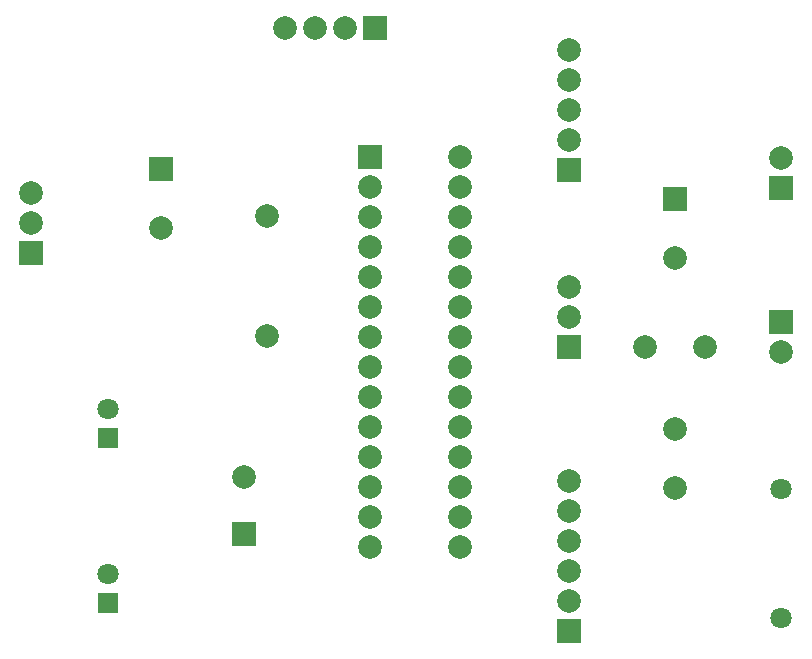
<source format=gbr>
G04*
G04 #@! TF.GenerationSoftware,Altium Limited,Altium Designer,22.5.1 (42)*
G04*
G04 Layer_Color=8388736*
%FSLAX25Y25*%
%MOIN*%
G70*
G04*
G04 #@! TF.SameCoordinates,91A7FE34-10BD-4EC3-A0F0-FFE04F3D5F1F*
G04*
G04*
G04 #@! TF.FilePolarity,Negative*
G04*
G01*
G75*
%ADD14C,0.07087*%
%ADD15R,0.07087X0.07087*%
%ADD16C,0.07887*%
%ADD17R,0.07887X0.07887*%
%ADD18R,0.07887X0.07887*%
D14*
X55118Y115157D02*
D03*
X279528Y88339D02*
D03*
Y45520D02*
D03*
X55118Y60039D02*
D03*
D15*
Y105315D02*
D03*
Y50197D02*
D03*
D16*
X114016Y242126D02*
D03*
X124016D02*
D03*
X134016D02*
D03*
X279528Y198819D02*
D03*
Y133858D02*
D03*
X208661Y50866D02*
D03*
Y60866D02*
D03*
Y70866D02*
D03*
Y80866D02*
D03*
Y90866D02*
D03*
X108268Y139449D02*
D03*
Y179449D02*
D03*
X142480Y188858D02*
D03*
Y178858D02*
D03*
Y168858D02*
D03*
Y158858D02*
D03*
Y148858D02*
D03*
Y138858D02*
D03*
Y128858D02*
D03*
Y118858D02*
D03*
Y108858D02*
D03*
Y98858D02*
D03*
Y88858D02*
D03*
Y78858D02*
D03*
Y68858D02*
D03*
X172480Y198858D02*
D03*
Y188858D02*
D03*
Y178858D02*
D03*
Y168858D02*
D03*
Y158858D02*
D03*
Y148858D02*
D03*
Y138858D02*
D03*
Y128858D02*
D03*
Y118858D02*
D03*
Y108858D02*
D03*
Y98858D02*
D03*
Y88858D02*
D03*
Y78858D02*
D03*
Y68858D02*
D03*
X254095Y135827D02*
D03*
X234095D02*
D03*
X244094Y108268D02*
D03*
Y88583D02*
D03*
X29528Y187008D02*
D03*
Y177008D02*
D03*
X244094Y165354D02*
D03*
X208661Y234567D02*
D03*
Y224567D02*
D03*
Y214567D02*
D03*
Y204567D02*
D03*
X100394Y92520D02*
D03*
X208661Y145669D02*
D03*
Y155669D02*
D03*
X72835Y175197D02*
D03*
D17*
X144016Y242126D02*
D03*
X142480Y198858D02*
D03*
X29528Y167008D02*
D03*
D18*
X279528Y188819D02*
D03*
Y143858D02*
D03*
X208661Y40866D02*
D03*
X244094Y185039D02*
D03*
X208661Y194567D02*
D03*
X100394Y73307D02*
D03*
X208661Y135669D02*
D03*
X72835Y194882D02*
D03*
M02*

</source>
